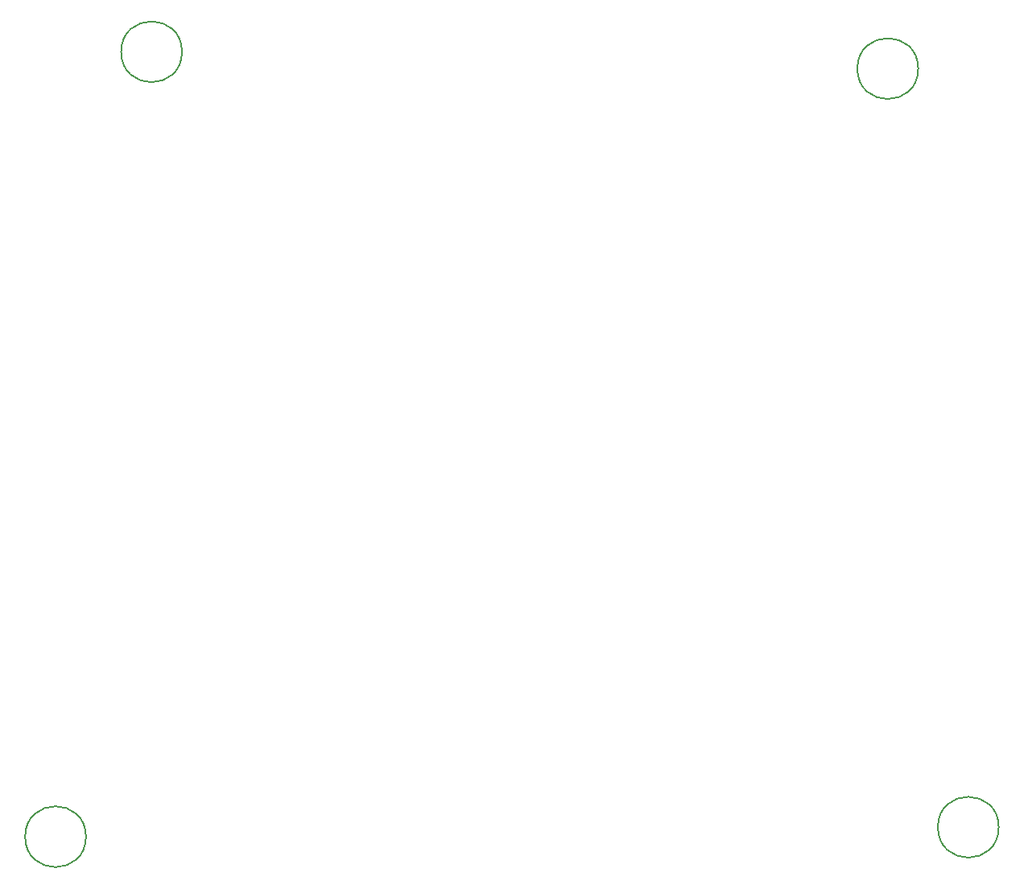
<source format=gbr>
%TF.GenerationSoftware,KiCad,Pcbnew,8.0.1-rc1*%
%TF.CreationDate,2024-05-22T00:49:17-07:00*%
%TF.ProjectId,pwm_pcb_larger,70776d5f-7063-4625-9f6c-61726765722e,rev?*%
%TF.SameCoordinates,Original*%
%TF.FileFunction,Other,Comment*%
%FSLAX46Y46*%
G04 Gerber Fmt 4.6, Leading zero omitted, Abs format (unit mm)*
G04 Created by KiCad (PCBNEW 8.0.1-rc1) date 2024-05-22 00:49:17*
%MOMM*%
%LPD*%
G01*
G04 APERTURE LIST*
%ADD10C,0.150000*%
G04 APERTURE END LIST*
D10*
%TO.C,H3*%
X89300000Y-52400000D02*
G75*
G02*
X82900000Y-52400000I-3200000J0D01*
G01*
X82900000Y-52400000D02*
G75*
G02*
X89300000Y-52400000I3200000J0D01*
G01*
%TO.C,H1*%
X79200000Y-135000000D02*
G75*
G02*
X72800000Y-135000000I-3200000J0D01*
G01*
X72800000Y-135000000D02*
G75*
G02*
X79200000Y-135000000I3200000J0D01*
G01*
%TO.C,H2*%
X175200000Y-134000000D02*
G75*
G02*
X168800000Y-134000000I-3200000J0D01*
G01*
X168800000Y-134000000D02*
G75*
G02*
X175200000Y-134000000I3200000J0D01*
G01*
%TO.C,H4*%
X166730000Y-54170000D02*
G75*
G02*
X160330000Y-54170000I-3200000J0D01*
G01*
X160330000Y-54170000D02*
G75*
G02*
X166730000Y-54170000I3200000J0D01*
G01*
%TD*%
M02*

</source>
